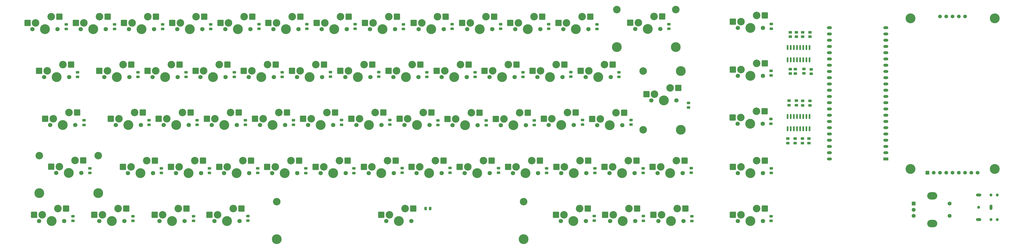
<source format=gbr>
%TF.GenerationSoftware,KiCad,Pcbnew,9.0.3*%
%TF.CreationDate,2025-09-09T09:23:44+09:00*%
%TF.ProjectId,Frekeys,4672656b-6579-4732-9e6b-696361645f70,rev?*%
%TF.SameCoordinates,Original*%
%TF.FileFunction,Soldermask,Bot*%
%TF.FilePolarity,Negative*%
%FSLAX46Y46*%
G04 Gerber Fmt 4.6, Leading zero omitted, Abs format (unit mm)*
G04 Created by KiCad (PCBNEW 9.0.3) date 2025-09-09 09:23:44*
%MOMM*%
%LPD*%
G01*
G04 APERTURE LIST*
G04 Aperture macros list*
%AMRoundRect*
0 Rectangle with rounded corners*
0 $1 Rounding radius*
0 $2 $3 $4 $5 $6 $7 $8 $9 X,Y pos of 4 corners*
0 Add a 4 corners polygon primitive as box body*
4,1,4,$2,$3,$4,$5,$6,$7,$8,$9,$2,$3,0*
0 Add four circle primitives for the rounded corners*
1,1,$1+$1,$2,$3*
1,1,$1+$1,$4,$5*
1,1,$1+$1,$6,$7*
1,1,$1+$1,$8,$9*
0 Add four rect primitives between the rounded corners*
20,1,$1+$1,$2,$3,$4,$5,0*
20,1,$1+$1,$4,$5,$6,$7,0*
20,1,$1+$1,$6,$7,$8,$9,0*
20,1,$1+$1,$8,$9,$2,$3,0*%
G04 Aperture macros list end*
%ADD10O,2.200000X1.200000*%
%ADD11O,1.200000X2.200000*%
%ADD12C,1.200000*%
%ADD13C,1.750000*%
%ADD14C,3.050000*%
%ADD15C,4.000000*%
%ADD16RoundRect,0.250000X-1.025000X-1.000000X1.025000X-1.000000X1.025000X1.000000X-1.025000X1.000000X0*%
%ADD17R,1.500000X1.500000*%
%ADD18C,1.500000*%
%ADD19C,3.048000*%
%ADD20C,3.987800*%
%ADD21RoundRect,0.250000X-0.550000X-0.550000X0.550000X-0.550000X0.550000X0.550000X-0.550000X0.550000X0*%
%ADD22C,1.600000*%
%ADD23O,4.100000X3.000000*%
%ADD24R,2.000000X1.200000*%
%ADD25O,2.000000X1.200000*%
%ADD26RoundRect,0.243750X0.456250X-0.243750X0.456250X0.243750X-0.456250X0.243750X-0.456250X-0.243750X0*%
%ADD27RoundRect,0.250000X0.450000X-0.262500X0.450000X0.262500X-0.450000X0.262500X-0.450000X-0.262500X0*%
%ADD28RoundRect,0.250000X-0.450000X0.262500X-0.450000X-0.262500X0.450000X-0.262500X0.450000X0.262500X0*%
%ADD29RoundRect,0.150000X-0.150000X0.825000X-0.150000X-0.825000X0.150000X-0.825000X0.150000X0.825000X0*%
%ADD30RoundRect,0.243750X-0.243750X-0.456250X0.243750X-0.456250X0.243750X0.456250X-0.243750X0.456250X0*%
G04 APERTURE END LIST*
D10*
%TO.C,J1*%
X413000000Y-102000000D03*
D11*
X418000000Y-107000000D03*
D10*
X413000000Y-112000000D03*
D12*
X420500000Y-102000000D03*
X418000000Y-102000000D03*
X413000000Y-107000000D03*
X420500000Y-112000000D03*
X418000000Y-112000000D03*
%TD*%
D13*
%TO.C,SW65*%
X315405000Y-34040000D03*
D14*
X316675000Y-31500000D03*
D15*
X320485000Y-34040000D03*
D14*
X323025000Y-28960000D03*
D13*
X325565000Y-34040000D03*
D16*
X313400000Y-31500000D03*
X326327000Y-28960000D03*
%TD*%
D13*
%TO.C,SW21*%
X87865000Y-93040000D03*
D14*
X89135000Y-90500000D03*
D15*
X92945000Y-93040000D03*
D14*
X95485000Y-87960000D03*
D13*
X98025000Y-93040000D03*
D16*
X85860000Y-90500000D03*
X98787000Y-87960000D03*
%TD*%
D13*
%TO.C,SW8*%
X238865000Y-73540000D03*
D14*
X240135000Y-71000000D03*
D15*
X243945000Y-73540000D03*
D14*
X246485000Y-68460000D03*
D13*
X249025000Y-73540000D03*
D16*
X236860000Y-71000000D03*
X249787000Y-68460000D03*
%TD*%
D13*
%TO.C,SW58*%
X166445000Y-34540000D03*
D14*
X167715000Y-32000000D03*
D15*
X171525000Y-34540000D03*
D14*
X174065000Y-29460000D03*
D13*
X176605000Y-34540000D03*
D16*
X164440000Y-32000000D03*
X177367000Y-29460000D03*
%TD*%
D13*
%TO.C,SW12*%
X63445000Y-73540000D03*
D14*
X64715000Y-71000000D03*
D15*
X68525000Y-73540000D03*
D14*
X71065000Y-68460000D03*
D13*
X73605000Y-73540000D03*
D16*
X61440000Y-71000000D03*
X74367000Y-68460000D03*
%TD*%
D13*
%TO.C,SW18*%
X68785000Y-34540000D03*
D14*
X70055000Y-32000000D03*
D15*
X73865000Y-34540000D03*
D14*
X76405000Y-29460000D03*
D13*
X78945000Y-34540000D03*
D16*
X66780000Y-32000000D03*
X79707000Y-29460000D03*
%TD*%
D15*
%TO.C,U1*%
X385380000Y-91405420D03*
X419480000Y-91405420D03*
X385380000Y-30205420D03*
X419480000Y-30205420D03*
D17*
X392270000Y-92905420D03*
D18*
X394810000Y-92905420D03*
X397350000Y-92905420D03*
X399890000Y-92905420D03*
X402430000Y-92905420D03*
X404970000Y-92905420D03*
X407510000Y-92905420D03*
X410050000Y-92905420D03*
X412590000Y-92905420D03*
X397350000Y-29385420D03*
X399890000Y-29385420D03*
X402430000Y-29385420D03*
X404970000Y-29385420D03*
X407510000Y-29385420D03*
%TD*%
D13*
%TO.C,SW22*%
X81200000Y-112540000D03*
D14*
X82470000Y-110000000D03*
D15*
X86280000Y-112540000D03*
D14*
X88820000Y-107460000D03*
D13*
X91360000Y-112540000D03*
D16*
X79195000Y-110000000D03*
X92122000Y-107460000D03*
%TD*%
D13*
%TO.C,SW64*%
X280420000Y-63500000D03*
D14*
X281690000Y-60960000D03*
D15*
X285500000Y-63500000D03*
D14*
X288040000Y-58420000D03*
D13*
X290580000Y-63500000D03*
D16*
X278415000Y-60960000D03*
X291342000Y-58420000D03*
%TD*%
D13*
%TO.C,SW39*%
X205785000Y-34540000D03*
D14*
X207055000Y-32000000D03*
D15*
X210865000Y-34540000D03*
D14*
X213405000Y-29460000D03*
D13*
X215945000Y-34540000D03*
D16*
X203780000Y-32000000D03*
X216707000Y-29460000D03*
%TD*%
D13*
%TO.C,SW40*%
X214865000Y-54040000D03*
D14*
X216135000Y-51500000D03*
D15*
X219945000Y-54040000D03*
D14*
X222485000Y-48960000D03*
D13*
X225025000Y-54040000D03*
D16*
X212860000Y-51500000D03*
X225787000Y-48960000D03*
%TD*%
D13*
%TO.C,SW32*%
X219420000Y-73602500D03*
D14*
X220690000Y-71062500D03*
D15*
X224500000Y-73602500D03*
D14*
X227040000Y-68522500D03*
D13*
X229580000Y-73602500D03*
D16*
X217415000Y-71062500D03*
X230342000Y-68522500D03*
%TD*%
D13*
%TO.C,SW9*%
X258450000Y-73580000D03*
D14*
X259720000Y-71040000D03*
D15*
X263530000Y-73580000D03*
D14*
X266070000Y-68500000D03*
D13*
X268610000Y-73580000D03*
D16*
X256445000Y-71040000D03*
X269372000Y-68500000D03*
%TD*%
D13*
%TO.C,SW19*%
X78365000Y-54040000D03*
D14*
X79635000Y-51500000D03*
D15*
X83445000Y-54040000D03*
D14*
X85985000Y-48960000D03*
D13*
X88525000Y-54040000D03*
D16*
X76360000Y-51500000D03*
X89287000Y-48960000D03*
%TD*%
D13*
%TO.C,SW49*%
X315325000Y-73040000D03*
D14*
X316595000Y-70500000D03*
D15*
X320405000Y-73040000D03*
D14*
X322945000Y-67960000D03*
D13*
X325485000Y-73040000D03*
D16*
X313320000Y-70500000D03*
X326247000Y-67960000D03*
%TD*%
D13*
%TO.C,SW13*%
X68365000Y-93040000D03*
D14*
X69635000Y-90500000D03*
D15*
X73445000Y-93040000D03*
D14*
X75985000Y-87960000D03*
D13*
X78525000Y-93040000D03*
D16*
X66360000Y-90500000D03*
X79287000Y-87960000D03*
%TD*%
D13*
%TO.C,SW11*%
X58785000Y-54040000D03*
D14*
X60055000Y-51500000D03*
D15*
X63865000Y-54040000D03*
D14*
X66405000Y-48960000D03*
D13*
X68945000Y-54040000D03*
D16*
X56780000Y-51500000D03*
X69707000Y-48960000D03*
%TD*%
D13*
%TO.C,SW54*%
X263675000Y-112540000D03*
D14*
X264945000Y-110000000D03*
D15*
X268755000Y-112540000D03*
D14*
X271295000Y-107460000D03*
D13*
X273835000Y-112540000D03*
D16*
X261670000Y-110000000D03*
X274597000Y-107460000D03*
%TD*%
D13*
%TO.C,SW29*%
X107365000Y-93040000D03*
D14*
X108635000Y-90500000D03*
D15*
X112445000Y-93040000D03*
D14*
X114985000Y-87960000D03*
D13*
X117525000Y-93040000D03*
D16*
X105360000Y-90500000D03*
X118287000Y-87960000D03*
%TD*%
D13*
%TO.C,SW59*%
X175945000Y-54040000D03*
D14*
X177215000Y-51500000D03*
D15*
X181025000Y-54040000D03*
D14*
X183565000Y-48960000D03*
D13*
X186105000Y-54040000D03*
D16*
X173940000Y-51500000D03*
X186867000Y-48960000D03*
%TD*%
D13*
%TO.C,SW53*%
X165945000Y-93040000D03*
D14*
X167215000Y-90500000D03*
D15*
X171025000Y-93040000D03*
D14*
X173565000Y-87960000D03*
D13*
X176105000Y-93040000D03*
D16*
X163940000Y-90500000D03*
X176867000Y-87960000D03*
%TD*%
D13*
%TO.C,SW17*%
X263445000Y-93040000D03*
D14*
X264715000Y-90500000D03*
D15*
X268525000Y-93040000D03*
D14*
X271065000Y-87960000D03*
D13*
X273605000Y-93040000D03*
D16*
X261440000Y-90500000D03*
X274367000Y-87960000D03*
%TD*%
D13*
%TO.C,SW25*%
X282945000Y-93040000D03*
D14*
X284215000Y-90500000D03*
D15*
X288025000Y-93040000D03*
D14*
X290565000Y-87960000D03*
D13*
X293105000Y-93040000D03*
D16*
X280940000Y-90500000D03*
X293867000Y-87960000D03*
%TD*%
D13*
%TO.C,SW63*%
X273840000Y-34500000D03*
D14*
X275110000Y-31960000D03*
D15*
X278920000Y-34500000D03*
D14*
X281460000Y-29420000D03*
D13*
X284000000Y-34500000D03*
D16*
X271835000Y-31960000D03*
X284762000Y-29420000D03*
%TD*%
D13*
%TO.C,SW34*%
X107865000Y-34540000D03*
D14*
X109135000Y-32000000D03*
D15*
X112945000Y-34540000D03*
D14*
X115485000Y-29460000D03*
D13*
X118025000Y-34540000D03*
D16*
X105860000Y-32000000D03*
X118787000Y-29460000D03*
%TD*%
D13*
%TO.C,SW2*%
X29730000Y-34540000D03*
D14*
X31000000Y-32000000D03*
D15*
X34810000Y-34540000D03*
D14*
X37350000Y-29460000D03*
D13*
X39890000Y-34540000D03*
D16*
X27725000Y-32000000D03*
X40652000Y-29460000D03*
%TD*%
D13*
%TO.C,SW52*%
X160945000Y-73540000D03*
D14*
X162215000Y-71000000D03*
D15*
X166025000Y-73540000D03*
D14*
X168565000Y-68460000D03*
D13*
X171105000Y-73540000D03*
D16*
X158940000Y-71000000D03*
X171867000Y-68460000D03*
%TD*%
D13*
%TO.C,SW7*%
X204785000Y-93040000D03*
D14*
X206055000Y-90500000D03*
D15*
X209865000Y-93040000D03*
D14*
X212405000Y-87960000D03*
D13*
X214945000Y-93040000D03*
D16*
X202780000Y-90500000D03*
X215707000Y-87960000D03*
%TD*%
D13*
%TO.C,SW42*%
X127285000Y-34540000D03*
D14*
X128555000Y-32000000D03*
D15*
X132365000Y-34540000D03*
D14*
X134905000Y-29460000D03*
D13*
X137445000Y-34540000D03*
D16*
X125280000Y-32000000D03*
X138207000Y-29460000D03*
%TD*%
D13*
%TO.C,SW24*%
X224365000Y-93040000D03*
D14*
X225635000Y-90500000D03*
D15*
X229445000Y-93040000D03*
D14*
X231985000Y-87960000D03*
D13*
X234525000Y-93040000D03*
D16*
X222360000Y-90500000D03*
X235287000Y-87960000D03*
%TD*%
D13*
%TO.C,SW43*%
X136865000Y-54040000D03*
D14*
X138135000Y-51500000D03*
D15*
X141945000Y-54040000D03*
D14*
X144485000Y-48960000D03*
D13*
X147025000Y-54040000D03*
D16*
X134860000Y-51500000D03*
X147787000Y-48960000D03*
%TD*%
D13*
%TO.C,SW61*%
X185285000Y-93040000D03*
D14*
X186555000Y-90500000D03*
D15*
X190365000Y-93040000D03*
D14*
X192905000Y-87960000D03*
D13*
X195445000Y-93040000D03*
D16*
X183280000Y-90500000D03*
X196207000Y-87960000D03*
%TD*%
D13*
%TO.C,SW6*%
X32365000Y-112540000D03*
D14*
X33635000Y-110000000D03*
D15*
X37445000Y-112540000D03*
D14*
X39985000Y-107460000D03*
D13*
X42525000Y-112540000D03*
D16*
X30360000Y-110000000D03*
X43287000Y-107460000D03*
%TD*%
D13*
%TO.C,SW20*%
X82865000Y-73540000D03*
D14*
X84135000Y-71000000D03*
D15*
X87945000Y-73540000D03*
D14*
X90485000Y-68460000D03*
D13*
X93025000Y-73540000D03*
D16*
X80860000Y-71000000D03*
X93787000Y-68460000D03*
%TD*%
D19*
%TO.C,REF\u002A\u002A*%
X128665000Y-104700050D03*
D20*
X128665000Y-119910050D03*
D19*
X228665000Y-104700050D03*
D20*
X228665000Y-119910050D03*
%TD*%
D13*
%TO.C,SW44*%
X141365000Y-73540000D03*
D14*
X142635000Y-71000000D03*
D15*
X146445000Y-73540000D03*
D14*
X148985000Y-68460000D03*
D13*
X151525000Y-73540000D03*
D16*
X139360000Y-71000000D03*
X152287000Y-68460000D03*
%TD*%
D13*
%TO.C,SW3*%
X34445000Y-54040000D03*
D14*
X35715000Y-51500000D03*
D15*
X39525000Y-54040000D03*
D14*
X42065000Y-48960000D03*
D13*
X44605000Y-54040000D03*
D16*
X32440000Y-51500000D03*
X45367000Y-48960000D03*
%TD*%
D13*
%TO.C,SW50*%
X146865000Y-34540000D03*
D14*
X148135000Y-32000000D03*
D15*
X151945000Y-34540000D03*
D14*
X154485000Y-29460000D03*
D13*
X157025000Y-34540000D03*
D16*
X144860000Y-32000000D03*
X157787000Y-29460000D03*
%TD*%
D21*
%TO.C,SW1*%
X386680000Y-105447920D03*
D22*
X386680000Y-110447920D03*
X386680000Y-107947920D03*
X401180000Y-105447920D03*
X401180000Y-110447920D03*
D23*
X394180000Y-102347920D03*
X394180000Y-113547920D03*
%TD*%
D19*
%TO.C,REF\u002A\u002A*%
X32482000Y-85975000D03*
D20*
X32482000Y-101185000D03*
D19*
X56358000Y-85975000D03*
D20*
X56358000Y-101185000D03*
%TD*%
D13*
%TO.C,SW23*%
X195445000Y-54040000D03*
D14*
X196715000Y-51500000D03*
D15*
X200525000Y-54040000D03*
D14*
X203065000Y-48960000D03*
D13*
X205605000Y-54040000D03*
D16*
X193440000Y-51500000D03*
X206367000Y-48960000D03*
%TD*%
D13*
%TO.C,SW55*%
X244785000Y-34540000D03*
D14*
X246055000Y-32000000D03*
D15*
X249865000Y-34540000D03*
D14*
X252405000Y-29460000D03*
D13*
X254945000Y-34540000D03*
D16*
X242780000Y-32000000D03*
X255707000Y-29460000D03*
%TD*%
D13*
%TO.C,SW47*%
X225285000Y-34540000D03*
D14*
X226555000Y-32000000D03*
D15*
X230365000Y-34540000D03*
D14*
X232905000Y-29460000D03*
D13*
X235445000Y-34540000D03*
D16*
X223280000Y-32000000D03*
X236207000Y-29460000D03*
%TD*%
D19*
%TO.C,REF\u002A\u002A*%
X277117550Y-75438000D03*
D20*
X292327550Y-75438000D03*
D19*
X277117550Y-51562000D03*
D20*
X292327550Y-51562000D03*
%TD*%
D13*
%TO.C,SW38*%
X173005000Y-112540000D03*
D14*
X174275000Y-110000000D03*
D15*
X178085000Y-112540000D03*
D14*
X180625000Y-107460000D03*
D13*
X183165000Y-112540000D03*
D16*
X171000000Y-110000000D03*
X183927000Y-107460000D03*
%TD*%
D13*
%TO.C,SW36*%
X121865000Y-73540000D03*
D14*
X123135000Y-71000000D03*
D15*
X126945000Y-73540000D03*
D14*
X129485000Y-68460000D03*
D13*
X132025000Y-73540000D03*
D16*
X119860000Y-71000000D03*
X132787000Y-68460000D03*
%TD*%
D13*
%TO.C,SW30*%
X103445000Y-112540000D03*
D14*
X104715000Y-110000000D03*
D15*
X108525000Y-112540000D03*
D14*
X111065000Y-107460000D03*
D13*
X113605000Y-112540000D03*
D16*
X101440000Y-110000000D03*
X114367000Y-107460000D03*
%TD*%
D13*
%TO.C,SW26*%
X88365000Y-34540000D03*
D14*
X89635000Y-32000000D03*
D15*
X93445000Y-34540000D03*
D14*
X95985000Y-29460000D03*
D13*
X98525000Y-34540000D03*
D16*
X86360000Y-32000000D03*
X99287000Y-29460000D03*
%TD*%
D13*
%TO.C,SW10*%
X49285000Y-34540000D03*
D14*
X50555000Y-32000000D03*
D15*
X54365000Y-34540000D03*
D14*
X56905000Y-29460000D03*
D13*
X59445000Y-34540000D03*
D16*
X47280000Y-32000000D03*
X60207000Y-29460000D03*
%TD*%
D13*
%TO.C,SW60*%
X180445000Y-73540000D03*
D14*
X181715000Y-71000000D03*
D15*
X185525000Y-73540000D03*
D14*
X188065000Y-68460000D03*
D13*
X190605000Y-73540000D03*
D16*
X178440000Y-71000000D03*
X191367000Y-68460000D03*
%TD*%
D13*
%TO.C,SW35*%
X117285000Y-54040000D03*
D14*
X118555000Y-51500000D03*
D15*
X122365000Y-54040000D03*
D14*
X124905000Y-48960000D03*
D13*
X127445000Y-54040000D03*
D16*
X115280000Y-51500000D03*
X128207000Y-48960000D03*
%TD*%
D13*
%TO.C,SW27*%
X97785000Y-54040000D03*
D14*
X99055000Y-51500000D03*
D15*
X102865000Y-54040000D03*
D14*
X105405000Y-48960000D03*
D13*
X107945000Y-54040000D03*
D16*
X95780000Y-51500000D03*
X108707000Y-48960000D03*
%TD*%
D19*
%TO.C,REF\u002A\u002A*%
X266439500Y-26660050D03*
D20*
X266439500Y-41870050D03*
D19*
X290315500Y-26660050D03*
D20*
X290315500Y-41870050D03*
%TD*%
D13*
%TO.C,SW51*%
X156445000Y-54040000D03*
D14*
X157715000Y-51500000D03*
D15*
X161525000Y-54040000D03*
D14*
X164065000Y-48960000D03*
D13*
X166605000Y-54040000D03*
D16*
X154440000Y-51500000D03*
X167367000Y-48960000D03*
%TD*%
D13*
%TO.C,SW16*%
X243945000Y-93040000D03*
D14*
X245215000Y-90500000D03*
D15*
X249025000Y-93040000D03*
D14*
X251565000Y-87960000D03*
D13*
X254105000Y-93040000D03*
D16*
X241940000Y-90500000D03*
X254867000Y-87960000D03*
%TD*%
D13*
%TO.C,SW14*%
X56785000Y-112540000D03*
D14*
X58055000Y-110000000D03*
D15*
X61865000Y-112540000D03*
D14*
X64405000Y-107460000D03*
D13*
X66945000Y-112540000D03*
D16*
X54780000Y-110000000D03*
X67707000Y-107460000D03*
%TD*%
D13*
%TO.C,SW41*%
X315405000Y-93040000D03*
D14*
X316675000Y-90500000D03*
D15*
X320485000Y-93040000D03*
D14*
X323025000Y-87960000D03*
D13*
X325565000Y-93040000D03*
D16*
X313400000Y-90500000D03*
X326327000Y-87960000D03*
%TD*%
D13*
%TO.C,SW33*%
X315405000Y-112540000D03*
D14*
X316675000Y-110000000D03*
D15*
X320485000Y-112540000D03*
D14*
X323025000Y-107460000D03*
D13*
X325565000Y-112540000D03*
D16*
X313400000Y-110000000D03*
X326327000Y-107460000D03*
%TD*%
D13*
%TO.C,SW56*%
X253785000Y-54040000D03*
D14*
X255055000Y-51500000D03*
D15*
X258865000Y-54040000D03*
D14*
X261405000Y-48960000D03*
D13*
X263945000Y-54040000D03*
D16*
X251780000Y-51500000D03*
X264707000Y-48960000D03*
%TD*%
D13*
%TO.C,SW48*%
X234285000Y-54040000D03*
D14*
X235555000Y-51500000D03*
D15*
X239365000Y-54040000D03*
D14*
X241905000Y-48960000D03*
D13*
X244445000Y-54040000D03*
D16*
X232280000Y-51500000D03*
X245207000Y-48960000D03*
%TD*%
D13*
%TO.C,SW5*%
X39340000Y-93000000D03*
D14*
X40610000Y-90460000D03*
D15*
X44420000Y-93000000D03*
D14*
X46960000Y-87920000D03*
D13*
X49500000Y-93000000D03*
D16*
X37335000Y-90460000D03*
X50262000Y-87920000D03*
%TD*%
D13*
%TO.C,SW57*%
X315405000Y-53540000D03*
D14*
X316675000Y-51000000D03*
D15*
X320485000Y-53540000D03*
D14*
X323025000Y-48460000D03*
D13*
X325565000Y-53540000D03*
D16*
X313400000Y-51000000D03*
X326327000Y-48460000D03*
%TD*%
D13*
%TO.C,SW31*%
X186175000Y-34580000D03*
D14*
X187445000Y-32040000D03*
D15*
X191255000Y-34580000D03*
D14*
X193795000Y-29500000D03*
D13*
X196335000Y-34580000D03*
D16*
X184170000Y-32040000D03*
X197097000Y-29500000D03*
%TD*%
D13*
%TO.C,SW45*%
X146445000Y-93040000D03*
D14*
X147715000Y-90500000D03*
D15*
X151525000Y-93040000D03*
D14*
X154065000Y-87960000D03*
D13*
X156605000Y-93040000D03*
D16*
X144440000Y-90500000D03*
X157367000Y-87960000D03*
%TD*%
D13*
%TO.C,SW15*%
X199865000Y-73580000D03*
D14*
X201135000Y-71040000D03*
D15*
X204945000Y-73580000D03*
D14*
X207485000Y-68500000D03*
D13*
X210025000Y-73580000D03*
D16*
X197860000Y-71040000D03*
X210787000Y-68500000D03*
%TD*%
D13*
%TO.C,SW28*%
X102365000Y-73540000D03*
D14*
X103635000Y-71000000D03*
D15*
X107445000Y-73540000D03*
D14*
X109985000Y-68460000D03*
D13*
X112525000Y-73540000D03*
D16*
X100360000Y-71000000D03*
X113287000Y-68460000D03*
%TD*%
D13*
%TO.C,SW46*%
X243755000Y-112540000D03*
D14*
X245025000Y-110000000D03*
D15*
X248835000Y-112540000D03*
D14*
X251375000Y-107460000D03*
D13*
X253915000Y-112540000D03*
D16*
X241750000Y-110000000D03*
X254677000Y-107460000D03*
%TD*%
D24*
%TO.C,U2*%
X375360000Y-87340000D03*
D25*
X375360000Y-84800000D03*
X375360000Y-82260000D03*
X375360000Y-79720000D03*
X375360000Y-77180000D03*
X375360000Y-74640000D03*
X375360000Y-72100000D03*
X375360000Y-69560000D03*
X375360000Y-67020000D03*
X375360000Y-64480000D03*
X375360000Y-61940000D03*
X375360000Y-59400000D03*
X375360000Y-56860000D03*
X375360000Y-54320000D03*
X375360000Y-51780000D03*
X375360000Y-49240000D03*
X375360000Y-46700000D03*
X375360000Y-44160000D03*
X375360000Y-41620000D03*
X375363680Y-39082720D03*
X375363680Y-36542720D03*
X375363680Y-34002720D03*
X352500000Y-34000000D03*
X352500000Y-36540000D03*
X352500000Y-39080000D03*
X352500000Y-41620000D03*
X352500000Y-44160000D03*
X352500000Y-46700000D03*
X352500000Y-49240000D03*
X352500000Y-51780000D03*
X352500000Y-54320000D03*
X352500000Y-56860000D03*
X352500000Y-59400000D03*
X352500000Y-61940000D03*
X352500000Y-64480000D03*
X352500000Y-67020000D03*
X352500000Y-69560000D03*
X352500000Y-72100000D03*
X352500000Y-74640000D03*
X352500000Y-77180000D03*
X352500000Y-79720000D03*
X352500000Y-82260000D03*
X352500000Y-84800000D03*
X352500000Y-87340000D03*
%TD*%
D13*
%TO.C,SW4*%
X36865000Y-73540000D03*
D14*
X38135000Y-71000000D03*
D15*
X41945000Y-73540000D03*
D14*
X44485000Y-68460000D03*
D13*
X47025000Y-73540000D03*
D16*
X34860000Y-71000000D03*
X47787000Y-68460000D03*
%TD*%
D13*
%TO.C,SW62*%
X283260000Y-112580000D03*
D14*
X284530000Y-110040000D03*
D15*
X288340000Y-112580000D03*
D14*
X290880000Y-107500000D03*
D13*
X293420000Y-112580000D03*
D16*
X281255000Y-110040000D03*
X294182000Y-107500000D03*
%TD*%
D13*
%TO.C,SW37*%
X126785000Y-93040000D03*
D14*
X128055000Y-90500000D03*
D15*
X131865000Y-93040000D03*
D14*
X134405000Y-87960000D03*
D13*
X136945000Y-93040000D03*
D16*
X124780000Y-90500000D03*
X137707000Y-87960000D03*
%TD*%
D26*
%TO.C,D41*%
X140865000Y-34415000D03*
X140865000Y-32540000D03*
%TD*%
%TO.C,D25*%
X101945000Y-34477500D03*
X101945000Y-32602500D03*
%TD*%
D27*
%TO.C,R13*%
X339195000Y-65442500D03*
X339195000Y-63617500D03*
%TD*%
D26*
%TO.C,D22*%
X209025000Y-53947500D03*
X209025000Y-52072500D03*
%TD*%
%TO.C,D53*%
X277200000Y-112437500D03*
X277200000Y-110562500D03*
%TD*%
D28*
%TO.C,R5*%
X344245000Y-79030000D03*
X344245000Y-80855000D03*
%TD*%
D27*
%TO.C,R15*%
X341695000Y-37637500D03*
X341695000Y-35812500D03*
%TD*%
D26*
%TO.C,D5*%
X46160000Y-112450000D03*
X46160000Y-110575000D03*
%TD*%
D28*
%TO.C,R8*%
X338645000Y-79030000D03*
X338645000Y-80855000D03*
%TD*%
%TO.C,R18*%
X336695000Y-50812500D03*
X336695000Y-52637500D03*
%TD*%
D26*
%TO.C,D54*%
X258365000Y-34477500D03*
X258365000Y-32602500D03*
%TD*%
%TO.C,D47*%
X247810000Y-53915000D03*
X247810000Y-52040000D03*
%TD*%
%TO.C,D64*%
X328970000Y-34375000D03*
X328970000Y-32500000D03*
%TD*%
%TO.C,D43*%
X154930000Y-73397500D03*
X154930000Y-71522500D03*
%TD*%
%TO.C,D8*%
X272165000Y-73340000D03*
X272165000Y-71465000D03*
%TD*%
D27*
%TO.C,R14*%
X339195000Y-37637500D03*
X339195000Y-35812500D03*
%TD*%
D26*
%TO.C,D36*%
X140445000Y-93040000D03*
X140445000Y-91165000D03*
%TD*%
%TO.C,D17*%
X82445000Y-34477500D03*
X82445000Y-32602500D03*
%TD*%
%TO.C,D39*%
X228430000Y-53977500D03*
X228430000Y-52102500D03*
%TD*%
%TO.C,D21*%
X94945000Y-112477500D03*
X94945000Y-110602500D03*
%TD*%
%TO.C,D60*%
X198850000Y-92875000D03*
X198850000Y-91000000D03*
%TD*%
D28*
%TO.C,R19*%
X338695000Y-50812500D03*
X338695000Y-52637500D03*
%TD*%
D27*
%TO.C,R9*%
X341695000Y-65530000D03*
X341695000Y-63705000D03*
%TD*%
D26*
%TO.C,D11*%
X76945000Y-73477500D03*
X76945000Y-71602500D03*
%TD*%
%TO.C,D46*%
X238810000Y-34447500D03*
X238810000Y-32572500D03*
%TD*%
%TO.C,D23*%
X237945000Y-92977500D03*
X237945000Y-91102500D03*
%TD*%
%TO.C,D48*%
X328850000Y-72977500D03*
X328850000Y-71102500D03*
%TD*%
%TO.C,D33*%
X121485000Y-34415000D03*
X121485000Y-32540000D03*
%TD*%
%TO.C,D28*%
X120945000Y-92977500D03*
X120945000Y-91102500D03*
%TD*%
%TO.C,D50*%
X170025000Y-53875000D03*
X170025000Y-52000000D03*
%TD*%
%TO.C,D42*%
X150445000Y-53875000D03*
X150445000Y-52000000D03*
%TD*%
%TO.C,D35*%
X135445000Y-73477500D03*
X135445000Y-71602500D03*
%TD*%
D27*
%TO.C,R6*%
X336195000Y-65442500D03*
X336195000Y-63617500D03*
%TD*%
D26*
%TO.C,D13*%
X70445000Y-112477500D03*
X70445000Y-110602500D03*
%TD*%
%TO.C,D27*%
X115945000Y-73477500D03*
X115945000Y-71602500D03*
%TD*%
%TO.C,D2*%
X47945000Y-53977500D03*
X47945000Y-52102500D03*
%TD*%
%TO.C,D59*%
X193945000Y-73540000D03*
X193945000Y-71665000D03*
%TD*%
%TO.C,D45*%
X257280000Y-112375000D03*
X257280000Y-110500000D03*
%TD*%
%TO.C,D24*%
X296525000Y-92915000D03*
X296525000Y-91040000D03*
%TD*%
D28*
%TO.C,R12*%
X345195000Y-50900000D03*
X345195000Y-52725000D03*
%TD*%
D26*
%TO.C,D31*%
X232945000Y-73540000D03*
X232945000Y-71665000D03*
%TD*%
%TO.C,D51*%
X174510000Y-73335000D03*
X174510000Y-71460000D03*
%TD*%
%TO.C,D12*%
X81945000Y-92977500D03*
X81945000Y-91102500D03*
%TD*%
%TO.C,D18*%
X91945000Y-53977500D03*
X91945000Y-52102500D03*
%TD*%
%TO.C,D63*%
X295445000Y-66415000D03*
X295445000Y-64540000D03*
%TD*%
%TO.C,D58*%
X189445000Y-53977500D03*
X189445000Y-52102500D03*
%TD*%
%TO.C,D62*%
X287510000Y-34407500D03*
X287510000Y-32532500D03*
%TD*%
%TO.C,D56*%
X328930000Y-53415000D03*
X328930000Y-51540000D03*
%TD*%
%TO.C,D49*%
X160445000Y-34415000D03*
X160445000Y-32540000D03*
%TD*%
%TO.C,D32*%
X328930000Y-112477500D03*
X328930000Y-110602500D03*
%TD*%
D27*
%TO.C,R17*%
X336695000Y-37637500D03*
X336695000Y-35812500D03*
%TD*%
D28*
%TO.C,R10*%
X341595000Y-79030000D03*
X341595000Y-80855000D03*
%TD*%
D26*
%TO.C,D19*%
X96445000Y-73477500D03*
X96445000Y-71602500D03*
%TD*%
%TO.C,D44*%
X159945000Y-93040000D03*
X159945000Y-91165000D03*
%TD*%
%TO.C,D16*%
X277065000Y-92977500D03*
X277065000Y-91102500D03*
%TD*%
D28*
%TO.C,R7*%
X335695000Y-79030000D03*
X335695000Y-80855000D03*
%TD*%
D29*
%TO.C,U3*%
X335560000Y-42065000D03*
X336830000Y-42065000D03*
X338100000Y-42065000D03*
X339370000Y-42065000D03*
X340640000Y-42065000D03*
X341910000Y-42065000D03*
X343180000Y-42065000D03*
X344450000Y-42065000D03*
X344450000Y-47015000D03*
X343180000Y-47015000D03*
X341910000Y-47015000D03*
X340640000Y-47015000D03*
X339370000Y-47015000D03*
X338100000Y-47015000D03*
X336830000Y-47015000D03*
X335560000Y-47015000D03*
%TD*%
D26*
%TO.C,D14*%
X213485000Y-73567500D03*
X213485000Y-71692500D03*
%TD*%
%TO.C,D52*%
X179445000Y-92915000D03*
X179445000Y-91040000D03*
%TD*%
%TO.C,D3*%
X50580000Y-73487500D03*
X50580000Y-71612500D03*
%TD*%
%TO.C,D7*%
X252580000Y-73350000D03*
X252580000Y-71475000D03*
%TD*%
D28*
%TO.C,R20*%
X342195000Y-50725000D03*
X342195000Y-52550000D03*
%TD*%
D27*
%TO.C,R16*%
X344695000Y-37637500D03*
X344695000Y-35812500D03*
%TD*%
D26*
%TO.C,D29*%
X116970000Y-112375000D03*
X116970000Y-110500000D03*
%TD*%
%TO.C,D4*%
X52945000Y-92977500D03*
X52945000Y-91102500D03*
%TD*%
%TO.C,D1*%
X43445000Y-34477500D03*
X43445000Y-32602500D03*
%TD*%
%TO.C,D6*%
X218500000Y-92900000D03*
X218500000Y-91025000D03*
%TD*%
%TO.C,D20*%
X101445000Y-92977500D03*
X101445000Y-91102500D03*
%TD*%
D30*
%TO.C,D37*%
X188982500Y-107500000D03*
X190857500Y-107500000D03*
%TD*%
D26*
%TO.C,D55*%
X267310000Y-53977500D03*
X267310000Y-52102500D03*
%TD*%
%TO.C,D15*%
X257565000Y-92977500D03*
X257565000Y-91102500D03*
%TD*%
D29*
%TO.C,U4*%
X335560000Y-70065000D03*
X336830000Y-70065000D03*
X338100000Y-70065000D03*
X339370000Y-70065000D03*
X340640000Y-70065000D03*
X341910000Y-70065000D03*
X343180000Y-70065000D03*
X344450000Y-70065000D03*
X344450000Y-75015000D03*
X343180000Y-75015000D03*
X341910000Y-75015000D03*
X340640000Y-75015000D03*
X339370000Y-75015000D03*
X338100000Y-75015000D03*
X336830000Y-75015000D03*
X335560000Y-75015000D03*
%TD*%
D26*
%TO.C,D26*%
X111445000Y-53977500D03*
X111445000Y-52102500D03*
%TD*%
%TO.C,D57*%
X179945000Y-34477500D03*
X179945000Y-32602500D03*
%TD*%
%TO.C,D9*%
X62945000Y-34477500D03*
X62945000Y-32602500D03*
%TD*%
%TO.C,D10*%
X72445000Y-53977500D03*
X72445000Y-52102500D03*
%TD*%
%TO.C,D61*%
X296840000Y-112517500D03*
X296840000Y-110642500D03*
%TD*%
%TO.C,D38*%
X219350000Y-34385000D03*
X219350000Y-32510000D03*
%TD*%
%TO.C,D40*%
X328970000Y-92977500D03*
X328970000Y-91102500D03*
%TD*%
%TO.C,D30*%
X199700000Y-34425000D03*
X199700000Y-32550000D03*
%TD*%
%TO.C,D34*%
X130905000Y-53937500D03*
X130905000Y-52062500D03*
%TD*%
D27*
%TO.C,R11*%
X344645000Y-65530000D03*
X344645000Y-63705000D03*
%TD*%
M02*

</source>
